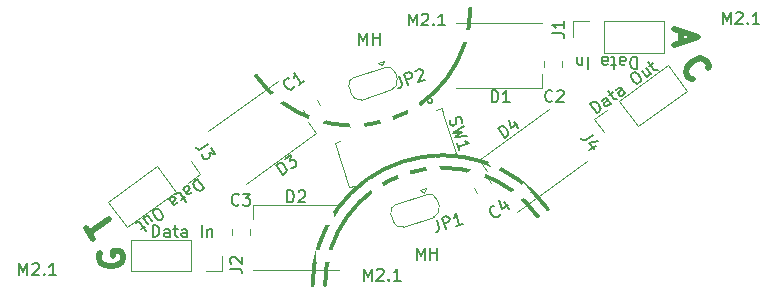
<source format=gbr>
%TF.GenerationSoftware,KiCad,Pcbnew,5.1.8*%
%TF.CreationDate,2021-01-12T21:39:11-05:00*%
%TF.ProjectId,penroserombus_thin_40mm,70656e72-6f73-4657-926f-6d6275735f74,rev?*%
%TF.SameCoordinates,Original*%
%TF.FileFunction,Legend,Top*%
%TF.FilePolarity,Positive*%
%FSLAX46Y46*%
G04 Gerber Fmt 4.6, Leading zero omitted, Abs format (unit mm)*
G04 Created by KiCad (PCBNEW 5.1.8) date 2021-01-12 21:39:11*
%MOMM*%
%LPD*%
G01*
G04 APERTURE LIST*
%ADD10C,0.150000*%
%ADD11C,0.500000*%
%ADD12C,0.300000*%
%ADD13C,0.120000*%
%ADD14C,0.200000*%
%ADD15C,2.100000*%
%ADD16C,0.100000*%
%ADD17C,1.150000*%
%ADD18R,1.500000X1.000000*%
%ADD19O,1.700000X1.700000*%
%ADD20R,1.700000X1.700000*%
G04 APERTURE END LIST*
D10*
X138001197Y-76046680D02*
X138588982Y-76855697D01*
X138396359Y-76995646D01*
X138252795Y-77041091D01*
X138119767Y-77020021D01*
X138025262Y-76970962D01*
X137874779Y-76844853D01*
X137790809Y-76729279D01*
X137717375Y-76547191D01*
X137699920Y-76442152D01*
X137720990Y-76309123D01*
X137808574Y-76186629D01*
X138001197Y-76046680D01*
X136845458Y-76886374D02*
X137153346Y-77310144D01*
X137247850Y-77359204D01*
X137352889Y-77341749D01*
X137506987Y-77229790D01*
X137556047Y-77135286D01*
X136873448Y-76924898D02*
X136922508Y-76830394D01*
X137115131Y-76690445D01*
X137220170Y-76672990D01*
X137314674Y-76722050D01*
X137370653Y-76799099D01*
X137388108Y-76904138D01*
X137339049Y-76998642D01*
X137146426Y-77138591D01*
X137097366Y-77233095D01*
X136967643Y-77621647D02*
X136659446Y-77845565D01*
X137047997Y-77975288D02*
X136544181Y-77281845D01*
X136449677Y-77232786D01*
X136344638Y-77250241D01*
X136267589Y-77306220D01*
X135651195Y-77754057D02*
X135959083Y-78177827D01*
X136053587Y-78226887D01*
X136158626Y-78209432D01*
X136312724Y-78097473D01*
X136361784Y-78002969D01*
X135679185Y-77792581D02*
X135728244Y-77698077D01*
X135920867Y-77558128D01*
X136025906Y-77540673D01*
X136120411Y-77589733D01*
X136176390Y-77666782D01*
X136193845Y-77771821D01*
X136144786Y-77866325D01*
X135952163Y-78006274D01*
X135903103Y-78100778D01*
X135083242Y-79402767D02*
X134929143Y-79514726D01*
X134824104Y-79532181D01*
X134691076Y-79511111D01*
X134540592Y-79385002D01*
X134344663Y-79115330D01*
X134271229Y-78933242D01*
X134292299Y-78800213D01*
X134341358Y-78705709D01*
X134495457Y-78593750D01*
X134600496Y-78576295D01*
X134733524Y-78597365D01*
X134884008Y-78723473D01*
X135079936Y-78993146D01*
X135153371Y-79175234D01*
X135132301Y-79308263D01*
X135083242Y-79402767D01*
X133847149Y-79888818D02*
X133455292Y-79349474D01*
X134193870Y-79636910D02*
X133885983Y-79213140D01*
X133791479Y-79164080D01*
X133686440Y-79181535D01*
X133570866Y-79265504D01*
X133521806Y-79360008D01*
X133511271Y-79426523D01*
X133577476Y-80084747D02*
X133269279Y-80308665D01*
X133657831Y-80438388D02*
X133154015Y-79744945D01*
X133059511Y-79695886D01*
X132954472Y-79713341D01*
X132877423Y-79769320D01*
X134255190Y-80970380D02*
X134255190Y-79970380D01*
X134493285Y-79970380D01*
X134636142Y-80018000D01*
X134731380Y-80113238D01*
X134779000Y-80208476D01*
X134826619Y-80398952D01*
X134826619Y-80541809D01*
X134779000Y-80732285D01*
X134731380Y-80827523D01*
X134636142Y-80922761D01*
X134493285Y-80970380D01*
X134255190Y-80970380D01*
X135683761Y-80970380D02*
X135683761Y-80446571D01*
X135636142Y-80351333D01*
X135540904Y-80303714D01*
X135350428Y-80303714D01*
X135255190Y-80351333D01*
X135683761Y-80922761D02*
X135588523Y-80970380D01*
X135350428Y-80970380D01*
X135255190Y-80922761D01*
X135207571Y-80827523D01*
X135207571Y-80732285D01*
X135255190Y-80637047D01*
X135350428Y-80589428D01*
X135588523Y-80589428D01*
X135683761Y-80541809D01*
X136017095Y-80303714D02*
X136398047Y-80303714D01*
X136159952Y-79970380D02*
X136159952Y-80827523D01*
X136207571Y-80922761D01*
X136302809Y-80970380D01*
X136398047Y-80970380D01*
X137159952Y-80970380D02*
X137159952Y-80446571D01*
X137112333Y-80351333D01*
X137017095Y-80303714D01*
X136826619Y-80303714D01*
X136731380Y-80351333D01*
X137159952Y-80922761D02*
X137064714Y-80970380D01*
X136826619Y-80970380D01*
X136731380Y-80922761D01*
X136683761Y-80827523D01*
X136683761Y-80732285D01*
X136731380Y-80637047D01*
X136826619Y-80589428D01*
X137064714Y-80589428D01*
X137159952Y-80541809D01*
X138398047Y-80970380D02*
X138398047Y-79970380D01*
X138874238Y-80303714D02*
X138874238Y-80970380D01*
X138874238Y-80398952D02*
X138921857Y-80351333D01*
X139017095Y-80303714D01*
X139159952Y-80303714D01*
X139255190Y-80351333D01*
X139302809Y-80446571D01*
X139302809Y-80970380D01*
X171878802Y-70511319D02*
X171291017Y-69702302D01*
X171483640Y-69562353D01*
X171627204Y-69516908D01*
X171760232Y-69537978D01*
X171854737Y-69587037D01*
X172005220Y-69713146D01*
X172089190Y-69828720D01*
X172162624Y-70010808D01*
X172180079Y-70115847D01*
X172159009Y-70248876D01*
X172071425Y-70371370D01*
X171878802Y-70511319D01*
X173034541Y-69671625D02*
X172726653Y-69247855D01*
X172632149Y-69198795D01*
X172527110Y-69216250D01*
X172373012Y-69328209D01*
X172323952Y-69422713D01*
X173006551Y-69633101D02*
X172957491Y-69727605D01*
X172764868Y-69867554D01*
X172659829Y-69885009D01*
X172565325Y-69835949D01*
X172509346Y-69758900D01*
X172491891Y-69653861D01*
X172540950Y-69559357D01*
X172733573Y-69419408D01*
X172782633Y-69324904D01*
X172912356Y-68936352D02*
X173220553Y-68712434D01*
X172832002Y-68582711D02*
X173335818Y-69276154D01*
X173430322Y-69325213D01*
X173535361Y-69307758D01*
X173612410Y-69251779D01*
X174228804Y-68803942D02*
X173920916Y-68380172D01*
X173826412Y-68331112D01*
X173721373Y-68348567D01*
X173567275Y-68460526D01*
X173518215Y-68555030D01*
X174200814Y-68765418D02*
X174151755Y-68859922D01*
X173959132Y-68999871D01*
X173854093Y-69017326D01*
X173759588Y-68968266D01*
X173703609Y-68891217D01*
X173686154Y-68786178D01*
X173735213Y-68691674D01*
X173927836Y-68551725D01*
X173976896Y-68457221D01*
X174796757Y-67155232D02*
X174950856Y-67043273D01*
X175055895Y-67025818D01*
X175188923Y-67046888D01*
X175339407Y-67172997D01*
X175535336Y-67442669D01*
X175608770Y-67624757D01*
X175587700Y-67757786D01*
X175538641Y-67852290D01*
X175384542Y-67964249D01*
X175279503Y-67981704D01*
X175146475Y-67960634D01*
X174995991Y-67834526D01*
X174800063Y-67564853D01*
X174726628Y-67382765D01*
X174747698Y-67249736D01*
X174796757Y-67155232D01*
X176032850Y-66669181D02*
X176424707Y-67208525D01*
X175686129Y-66921089D02*
X175994016Y-67344859D01*
X176088520Y-67393919D01*
X176193559Y-67376464D01*
X176309133Y-67292495D01*
X176358193Y-67197991D01*
X176368728Y-67131476D01*
X176302523Y-66473252D02*
X176610720Y-66249334D01*
X176222168Y-66119611D02*
X176725984Y-66813054D01*
X176820488Y-66862113D01*
X176925527Y-66844658D01*
X177002576Y-66788679D01*
X175243809Y-65714619D02*
X175243809Y-66714619D01*
X175005714Y-66714619D01*
X174862857Y-66667000D01*
X174767619Y-66571761D01*
X174720000Y-66476523D01*
X174672380Y-66286047D01*
X174672380Y-66143190D01*
X174720000Y-65952714D01*
X174767619Y-65857476D01*
X174862857Y-65762238D01*
X175005714Y-65714619D01*
X175243809Y-65714619D01*
X173815238Y-65714619D02*
X173815238Y-66238428D01*
X173862857Y-66333666D01*
X173958095Y-66381285D01*
X174148571Y-66381285D01*
X174243809Y-66333666D01*
X173815238Y-65762238D02*
X173910476Y-65714619D01*
X174148571Y-65714619D01*
X174243809Y-65762238D01*
X174291428Y-65857476D01*
X174291428Y-65952714D01*
X174243809Y-66047952D01*
X174148571Y-66095571D01*
X173910476Y-66095571D01*
X173815238Y-66143190D01*
X173481904Y-66381285D02*
X173100952Y-66381285D01*
X173339047Y-66714619D02*
X173339047Y-65857476D01*
X173291428Y-65762238D01*
X173196190Y-65714619D01*
X173100952Y-65714619D01*
X172339047Y-65714619D02*
X172339047Y-66238428D01*
X172386666Y-66333666D01*
X172481904Y-66381285D01*
X172672380Y-66381285D01*
X172767619Y-66333666D01*
X172339047Y-65762238D02*
X172434285Y-65714619D01*
X172672380Y-65714619D01*
X172767619Y-65762238D01*
X172815238Y-65857476D01*
X172815238Y-65952714D01*
X172767619Y-66047952D01*
X172672380Y-66095571D01*
X172434285Y-66095571D01*
X172339047Y-66143190D01*
X171100952Y-65714619D02*
X171100952Y-66714619D01*
X170624761Y-66381285D02*
X170624761Y-65714619D01*
X170624761Y-66286047D02*
X170577142Y-66333666D01*
X170481904Y-66381285D01*
X170339047Y-66381285D01*
X170243809Y-66333666D01*
X170196190Y-66238428D01*
X170196190Y-65714619D01*
D11*
X129810000Y-82280190D02*
X129714761Y-82470666D01*
X129714761Y-82756380D01*
X129810000Y-83042095D01*
X130000476Y-83232571D01*
X130190952Y-83327809D01*
X130571904Y-83423047D01*
X130857619Y-83423047D01*
X131238571Y-83327809D01*
X131429047Y-83232571D01*
X131619523Y-83042095D01*
X131714761Y-82756380D01*
X131714761Y-82565904D01*
X131619523Y-82280190D01*
X131524285Y-82184952D01*
X130857619Y-82184952D01*
X130857619Y-82565904D01*
D12*
X161152333Y-61612094D02*
G75*
G02*
X143002001Y-67309999I-9992608J73503D01*
G01*
X147798699Y-85049631D02*
G75*
G02*
X167710000Y-78600000I11000346J-369D01*
G01*
X148852554Y-85047305D02*
G75*
G02*
X166877999Y-79248001I9946491J-2695D01*
G01*
D11*
X179998997Y-67595666D02*
X179865968Y-67574596D01*
X179620981Y-67399428D01*
X179509022Y-67245330D01*
X179418132Y-66958203D01*
X179460271Y-66692145D01*
X179558390Y-66503137D01*
X179810608Y-66202169D01*
X180041756Y-66034231D01*
X180405932Y-65887362D01*
X180616010Y-65852452D01*
X180882068Y-65894591D01*
X181127056Y-66069759D01*
X181239015Y-66223858D01*
X181329904Y-66510985D01*
X181308834Y-66644014D01*
X129243811Y-81116060D02*
X128572056Y-80191469D01*
X130525967Y-79478194D02*
X128907933Y-80653764D01*
X178990666Y-63531809D02*
X178990666Y-64484190D01*
X178419238Y-63341333D02*
X180419238Y-64008000D01*
X178419238Y-64674666D01*
D13*
%TO.C,D4*%
X161893758Y-74411802D02*
X162569711Y-75342172D01*
X167799582Y-70120970D02*
X161893758Y-74411802D01*
X171032400Y-74570564D02*
X165126576Y-78861396D01*
%TO.C,C1*%
X146952812Y-70197665D02*
X147259933Y-70620379D01*
X148142067Y-69333621D02*
X148449188Y-69756335D01*
%TO.C,SW1*%
X158236956Y-70190565D02*
X158712484Y-70036056D01*
X158712484Y-70036056D02*
X158866993Y-70511585D01*
X158866993Y-70511585D02*
X159948552Y-73840282D01*
X159948552Y-73840282D02*
X159710788Y-73917537D01*
X150152976Y-72817209D02*
X149677448Y-72971718D01*
X149677448Y-72971718D02*
X150913516Y-76775944D01*
X150913516Y-76775944D02*
X151389044Y-76621435D01*
D14*
X157944684Y-69411868D02*
G75*
G03*
X157944684Y-69411868I-223607J0D01*
G01*
D13*
%TO.C,D1*%
X167216375Y-68326046D02*
X167216375Y-67176046D01*
X159916375Y-68326046D02*
X167216375Y-68326046D01*
X159916375Y-62826046D02*
X167216375Y-62826046D01*
%TO.C,D2*%
X150042394Y-83762545D02*
X142742394Y-83762545D01*
X150042394Y-78262545D02*
X142742394Y-78262545D01*
X142742394Y-78262545D02*
X142742394Y-79412545D01*
%TO.C,C4*%
X161737933Y-77224379D02*
X161430812Y-76801665D01*
X162927188Y-76360335D02*
X162620067Y-75937621D01*
%TO.C,C3*%
X142467000Y-80779252D02*
X142467000Y-80256748D01*
X140997000Y-80779252D02*
X140997000Y-80256748D01*
%TO.C,J3*%
X134639642Y-74987333D02*
X136203151Y-77139318D01*
X134639642Y-74987333D02*
X130481295Y-78008549D01*
X130481295Y-78008549D02*
X132044803Y-80160534D01*
X136203151Y-77139318D02*
X132044803Y-80160534D01*
X138306595Y-75611076D02*
X137230602Y-76392831D01*
X137524841Y-74535084D02*
X138306595Y-75611076D01*
%TO.C,C2*%
X168883000Y-66032748D02*
X168883000Y-66555252D01*
X167413000Y-66032748D02*
X167413000Y-66555252D01*
%TO.C,D3*%
X138926369Y-72018026D02*
X144832193Y-67727194D01*
X142159187Y-76467620D02*
X148065011Y-72176788D01*
X148065011Y-72176788D02*
X147389058Y-71246418D01*
%TO.C,J1*%
X169829724Y-64038590D02*
X169829724Y-62708590D01*
X169829724Y-62708590D02*
X171159724Y-62708590D01*
X172429724Y-62708590D02*
X177569724Y-62708590D01*
X177569724Y-65368590D02*
X177569724Y-62708590D01*
X172429724Y-65368590D02*
X177569724Y-65368590D01*
X172429724Y-65368590D02*
X172429724Y-62708590D01*
%TO.C,J2*%
X137529045Y-81220000D02*
X137529045Y-83880000D01*
X137529045Y-81220000D02*
X132389045Y-81220000D01*
X132389045Y-81220000D02*
X132389045Y-83880000D01*
X137529045Y-83880000D02*
X132389045Y-83880000D01*
X140129045Y-83880000D02*
X138799045Y-83880000D01*
X140129045Y-82550000D02*
X140129045Y-83880000D01*
%TO.C,J4*%
X172433928Y-72053507D02*
X171652174Y-70977515D01*
X171652174Y-70977515D02*
X172728167Y-70195760D01*
X173755618Y-69449273D02*
X177913966Y-66428057D01*
X179477474Y-68580042D02*
X177913966Y-66428057D01*
X175319127Y-71601258D02*
X179477474Y-68580042D01*
X175319127Y-71601258D02*
X173755618Y-69449273D01*
%TO.C,JP1*%
X158104496Y-79237711D02*
X155441538Y-80102958D01*
X154607039Y-79638080D02*
X154421629Y-79067446D01*
X154823504Y-78200845D02*
X157486462Y-77335598D01*
X158320961Y-77800476D02*
X158506371Y-78371110D01*
X157234447Y-77207190D02*
X157427059Y-76829168D01*
X157427059Y-76829168D02*
X156856425Y-77014578D01*
X157234447Y-77207190D02*
X156856425Y-77014578D01*
X158506371Y-78371110D02*
G75*
G02*
X158056943Y-79253162I-665740J-216312D01*
G01*
X157438909Y-77351048D02*
G75*
G02*
X158320961Y-77800476I216312J-665740D01*
G01*
X154421629Y-79067446D02*
G75*
G02*
X154871057Y-78185394I665740J216312D01*
G01*
X155489091Y-80087508D02*
G75*
G02*
X154607039Y-79638080I-216312J665740D01*
G01*
%TO.C,JP2*%
X153678447Y-66432912D02*
X153300425Y-66240300D01*
X153871059Y-66054890D02*
X153300425Y-66240300D01*
X153678447Y-66432912D02*
X153871059Y-66054890D01*
X154764961Y-67026198D02*
X154950371Y-67596832D01*
X151267504Y-67426567D02*
X153930462Y-66561320D01*
X151051039Y-68863802D02*
X150865629Y-68293168D01*
X154548496Y-68463433D02*
X151885538Y-69328680D01*
X151933091Y-69313230D02*
G75*
G02*
X151051039Y-68863802I-216312J665740D01*
G01*
X150865629Y-68293168D02*
G75*
G02*
X151315057Y-67411116I665740J216312D01*
G01*
X153882909Y-66576770D02*
G75*
G02*
X154764961Y-67026198I216312J-665740D01*
G01*
X154950371Y-67596832D02*
G75*
G02*
X154500943Y-68478884I-665740J-216312D01*
G01*
%TO.C,M2.1*%
D10*
X152146190Y-84653380D02*
X152146190Y-83653380D01*
X152479523Y-84367666D01*
X152812857Y-83653380D01*
X152812857Y-84653380D01*
X153241428Y-83748619D02*
X153289047Y-83701000D01*
X153384285Y-83653380D01*
X153622380Y-83653380D01*
X153717619Y-83701000D01*
X153765238Y-83748619D01*
X153812857Y-83843857D01*
X153812857Y-83939095D01*
X153765238Y-84081952D01*
X153193809Y-84653380D01*
X153812857Y-84653380D01*
X154241428Y-84558142D02*
X154289047Y-84605761D01*
X154241428Y-84653380D01*
X154193809Y-84605761D01*
X154241428Y-84558142D01*
X154241428Y-84653380D01*
X155241428Y-84653380D02*
X154670000Y-84653380D01*
X154955714Y-84653380D02*
X154955714Y-83653380D01*
X154860476Y-83796238D01*
X154765238Y-83891476D01*
X154670000Y-83939095D01*
X155933725Y-63051319D02*
X155933725Y-62051319D01*
X156267058Y-62765605D01*
X156600392Y-62051319D01*
X156600392Y-63051319D01*
X157028963Y-62146558D02*
X157076582Y-62098939D01*
X157171820Y-62051319D01*
X157409915Y-62051319D01*
X157505154Y-62098939D01*
X157552773Y-62146558D01*
X157600392Y-62241796D01*
X157600392Y-62337034D01*
X157552773Y-62479891D01*
X156981344Y-63051319D01*
X157600392Y-63051319D01*
X158028963Y-62956081D02*
X158076582Y-63003700D01*
X158028963Y-63051319D01*
X157981344Y-63003700D01*
X158028963Y-62956081D01*
X158028963Y-63051319D01*
X159028963Y-63051319D02*
X158457535Y-63051319D01*
X158743249Y-63051319D02*
X158743249Y-62051319D01*
X158648011Y-62194177D01*
X158552773Y-62289415D01*
X158457535Y-62337034D01*
%TO.C,D4*%
X164053924Y-72574028D02*
X163466139Y-71765011D01*
X163658762Y-71625062D01*
X163802325Y-71579617D01*
X163935354Y-71600687D01*
X164029858Y-71649746D01*
X164180342Y-71775855D01*
X164264311Y-71891429D01*
X164337746Y-72073517D01*
X164355201Y-72178556D01*
X164334131Y-72311585D01*
X164246547Y-72434079D01*
X164053924Y-72574028D01*
X164817805Y-71194990D02*
X165209662Y-71734335D01*
X164401264Y-71026742D02*
X164628488Y-71744560D01*
X165129308Y-71380693D01*
%TO.C,C1*%
X146252087Y-68204899D02*
X146241552Y-68271414D01*
X146153968Y-68393908D01*
X146076918Y-68449887D01*
X145933355Y-68495332D01*
X145800326Y-68474262D01*
X145705822Y-68425203D01*
X145555338Y-68299094D01*
X145471369Y-68183520D01*
X145397934Y-68001432D01*
X145380479Y-67896393D01*
X145401549Y-67763364D01*
X145489133Y-67640870D01*
X145566182Y-67584891D01*
X145709746Y-67539446D01*
X145776260Y-67549981D01*
X147078559Y-67722153D02*
X146616263Y-68058030D01*
X146847411Y-67890092D02*
X146259626Y-67081075D01*
X146266546Y-67252628D01*
X146245476Y-67385657D01*
X146196417Y-67480161D01*
%TO.C,M2.1*%
X122977532Y-84180031D02*
X122977532Y-83180031D01*
X123310865Y-83894317D01*
X123644199Y-83180031D01*
X123644199Y-84180031D01*
X124072770Y-83275270D02*
X124120389Y-83227651D01*
X124215627Y-83180031D01*
X124453722Y-83180031D01*
X124548961Y-83227651D01*
X124596580Y-83275270D01*
X124644199Y-83370508D01*
X124644199Y-83465746D01*
X124596580Y-83608603D01*
X124025151Y-84180031D01*
X124644199Y-84180031D01*
X125072770Y-84084793D02*
X125120389Y-84132412D01*
X125072770Y-84180031D01*
X125025151Y-84132412D01*
X125072770Y-84084793D01*
X125072770Y-84180031D01*
X126072770Y-84180031D02*
X125501342Y-84180031D01*
X125787056Y-84180031D02*
X125787056Y-83180031D01*
X125691818Y-83322889D01*
X125596580Y-83418127D01*
X125501342Y-83465746D01*
X182536617Y-62932320D02*
X182536617Y-61932320D01*
X182869950Y-62646606D01*
X183203284Y-61932320D01*
X183203284Y-62932320D01*
X183631855Y-62027559D02*
X183679474Y-61979940D01*
X183774712Y-61932320D01*
X184012807Y-61932320D01*
X184108046Y-61979940D01*
X184155665Y-62027559D01*
X184203284Y-62122797D01*
X184203284Y-62218035D01*
X184155665Y-62360892D01*
X183584236Y-62932320D01*
X184203284Y-62932320D01*
X184631855Y-62837082D02*
X184679474Y-62884701D01*
X184631855Y-62932320D01*
X184584236Y-62884701D01*
X184631855Y-62837082D01*
X184631855Y-62932320D01*
X185631855Y-62932320D02*
X185060427Y-62932320D01*
X185346141Y-62932320D02*
X185346141Y-61932320D01*
X185250903Y-62075178D01*
X185155665Y-62170416D01*
X185060427Y-62218035D01*
%TO.C,MH*%
X156622857Y-82875380D02*
X156622857Y-81875380D01*
X156956190Y-82589666D01*
X157289523Y-81875380D01*
X157289523Y-82875380D01*
X157765714Y-82875380D02*
X157765714Y-81875380D01*
X157765714Y-82351571D02*
X158337142Y-82351571D01*
X158337142Y-82875380D02*
X158337142Y-81875380D01*
X151762256Y-64675619D02*
X151762256Y-63675619D01*
X152095589Y-64389905D01*
X152428922Y-63675619D01*
X152428922Y-64675619D01*
X152905113Y-64675619D02*
X152905113Y-63675619D01*
X152905113Y-64151810D02*
X153476541Y-64151810D01*
X153476541Y-64675619D02*
X153476541Y-63675619D01*
%TO.C,SW1*%
X159401344Y-71038937D02*
X159400201Y-71189518D01*
X159473777Y-71415960D01*
X159548495Y-71491822D01*
X159608499Y-71522395D01*
X159713791Y-71538253D01*
X159804368Y-71508823D01*
X159880229Y-71434104D01*
X159910803Y-71374101D01*
X159926661Y-71268809D01*
X159913089Y-71072940D01*
X159928947Y-70967648D01*
X159959520Y-70907645D01*
X160035382Y-70832926D01*
X160125959Y-70803496D01*
X160231251Y-70819354D01*
X160291254Y-70849927D01*
X160365973Y-70925789D01*
X160439548Y-71152231D01*
X160438405Y-71302812D01*
X160586699Y-71605115D02*
X159709218Y-72140574D01*
X160447405Y-72101001D01*
X159826939Y-72502882D01*
X160851571Y-72420307D01*
X160180101Y-73589803D02*
X160003520Y-73046342D01*
X160091811Y-73318073D02*
X161042867Y-73009056D01*
X160877572Y-72962624D01*
X160757565Y-72901478D01*
X160682846Y-72825616D01*
%TO.C,D1*%
X162965478Y-69562962D02*
X162965478Y-68562962D01*
X163203574Y-68562962D01*
X163346431Y-68610582D01*
X163441669Y-68705820D01*
X163489288Y-68801058D01*
X163536907Y-68991534D01*
X163536907Y-69134391D01*
X163489288Y-69324867D01*
X163441669Y-69420105D01*
X163346431Y-69515343D01*
X163203574Y-69562962D01*
X162965478Y-69562962D01*
X164489288Y-69562962D02*
X163917859Y-69562962D01*
X164203574Y-69562962D02*
X164203574Y-68562962D01*
X164108335Y-68705820D01*
X164013097Y-68801058D01*
X163917859Y-68848677D01*
%TO.C,D2*%
X145654298Y-78026798D02*
X145654298Y-77026798D01*
X145892394Y-77026798D01*
X146035251Y-77074418D01*
X146130489Y-77169656D01*
X146178108Y-77264894D01*
X146225727Y-77455370D01*
X146225727Y-77598227D01*
X146178108Y-77788703D01*
X146130489Y-77883941D01*
X146035251Y-77979179D01*
X145892394Y-78026798D01*
X145654298Y-78026798D01*
X146606679Y-77122037D02*
X146654298Y-77074418D01*
X146749536Y-77026798D01*
X146987632Y-77026798D01*
X147082870Y-77074418D01*
X147130489Y-77122037D01*
X147178108Y-77217275D01*
X147178108Y-77312513D01*
X147130489Y-77455370D01*
X146559060Y-78026798D01*
X147178108Y-78026798D01*
%TO.C,C4*%
X163651087Y-78999898D02*
X163640552Y-79066413D01*
X163552968Y-79188907D01*
X163475918Y-79244886D01*
X163332355Y-79290331D01*
X163199326Y-79269261D01*
X163104822Y-79220202D01*
X162954338Y-79094093D01*
X162870369Y-78978519D01*
X162796934Y-78796431D01*
X162779479Y-78691392D01*
X162800549Y-78558363D01*
X162888133Y-78435869D01*
X162965182Y-78379890D01*
X163108746Y-78334445D01*
X163175260Y-78344980D01*
X164008652Y-78033787D02*
X164400509Y-78573132D01*
X163592111Y-77865539D02*
X163819335Y-78583357D01*
X164320155Y-78219490D01*
%TO.C,C3*%
X141565333Y-78208142D02*
X141517714Y-78255761D01*
X141374857Y-78303380D01*
X141279619Y-78303380D01*
X141136761Y-78255761D01*
X141041523Y-78160523D01*
X140993904Y-78065285D01*
X140946285Y-77874809D01*
X140946285Y-77731952D01*
X140993904Y-77541476D01*
X141041523Y-77446238D01*
X141136761Y-77351000D01*
X141279619Y-77303380D01*
X141374857Y-77303380D01*
X141517714Y-77351000D01*
X141565333Y-77398619D01*
X141898666Y-77303380D02*
X142517714Y-77303380D01*
X142184380Y-77684333D01*
X142327238Y-77684333D01*
X142422476Y-77731952D01*
X142470095Y-77779571D01*
X142517714Y-77874809D01*
X142517714Y-78112904D01*
X142470095Y-78208142D01*
X142422476Y-78255761D01*
X142327238Y-78303380D01*
X142041523Y-78303380D01*
X141946285Y-78255761D01*
X141898666Y-78208142D01*
%TO.C,J3*%
X138936929Y-73097118D02*
X138359060Y-73516964D01*
X138215496Y-73562409D01*
X138082468Y-73541339D01*
X137959974Y-73453755D01*
X137903994Y-73376706D01*
X139160847Y-73405315D02*
X139524714Y-73906135D01*
X139020589Y-73860381D01*
X139104558Y-73975954D01*
X139122013Y-74080993D01*
X139111478Y-74147508D01*
X139062419Y-74242012D01*
X138869796Y-74381961D01*
X138764757Y-74399416D01*
X138698243Y-74388881D01*
X138603738Y-74339822D01*
X138435800Y-74108674D01*
X138418345Y-74003635D01*
X138428880Y-73937120D01*
%TO.C,C2*%
X168108333Y-69445142D02*
X168060714Y-69492761D01*
X167917857Y-69540380D01*
X167822619Y-69540380D01*
X167679761Y-69492761D01*
X167584523Y-69397523D01*
X167536904Y-69302285D01*
X167489285Y-69111809D01*
X167489285Y-68968952D01*
X167536904Y-68778476D01*
X167584523Y-68683238D01*
X167679761Y-68588000D01*
X167822619Y-68540380D01*
X167917857Y-68540380D01*
X168060714Y-68588000D01*
X168108333Y-68635619D01*
X168489285Y-68635619D02*
X168536904Y-68588000D01*
X168632142Y-68540380D01*
X168870238Y-68540380D01*
X168965476Y-68588000D01*
X169013095Y-68635619D01*
X169060714Y-68730857D01*
X169060714Y-68826095D01*
X169013095Y-68968952D01*
X168441666Y-69540380D01*
X169060714Y-69540380D01*
%TO.C,D3*%
X145290618Y-75710622D02*
X144702833Y-74901605D01*
X144895456Y-74761656D01*
X145039019Y-74716211D01*
X145172048Y-74737281D01*
X145266552Y-74786340D01*
X145417036Y-74912449D01*
X145501005Y-75028023D01*
X145574440Y-75210111D01*
X145591895Y-75315150D01*
X145570825Y-75448179D01*
X145483241Y-75570673D01*
X145290618Y-75710622D01*
X145434800Y-74369799D02*
X145935620Y-74005932D01*
X145889866Y-74510057D01*
X146005440Y-74426088D01*
X146110479Y-74408633D01*
X146176993Y-74419168D01*
X146271498Y-74468228D01*
X146411446Y-74660851D01*
X146428901Y-74765890D01*
X146418367Y-74832404D01*
X146369307Y-74926908D01*
X146138159Y-75094847D01*
X146033120Y-75112302D01*
X145966606Y-75101767D01*
%TO.C,J1*%
X168108380Y-63706333D02*
X168822666Y-63706333D01*
X168965523Y-63753952D01*
X169060761Y-63849190D01*
X169108380Y-63992047D01*
X169108380Y-64087285D01*
X169108380Y-62706333D02*
X169108380Y-63277761D01*
X169108380Y-62992047D02*
X168108380Y-62992047D01*
X168251238Y-63087285D01*
X168346476Y-63182523D01*
X168394095Y-63277761D01*
%TO.C,J2*%
X140803380Y-83645333D02*
X141517666Y-83645333D01*
X141660523Y-83692952D01*
X141755761Y-83788190D01*
X141803380Y-83931047D01*
X141803380Y-84026285D01*
X140898619Y-83216761D02*
X140851000Y-83169142D01*
X140803380Y-83073904D01*
X140803380Y-82835809D01*
X140851000Y-82740571D01*
X140898619Y-82692952D01*
X140993857Y-82645333D01*
X141089095Y-82645333D01*
X141231952Y-82692952D01*
X141803380Y-83264380D01*
X141803380Y-82645333D01*
%TO.C,J4*%
X171516048Y-72308363D02*
X170938179Y-72728209D01*
X170794615Y-72773654D01*
X170661587Y-72752584D01*
X170539093Y-72665000D01*
X170483113Y-72587951D01*
X171778182Y-73236259D02*
X171238837Y-73628116D01*
X171946430Y-72819718D02*
X171228612Y-73046941D01*
X171592479Y-73547761D01*
%TO.C,JP1*%
X158296229Y-79492697D02*
X158516955Y-80172023D01*
X158515812Y-80322603D01*
X158454665Y-80442610D01*
X158333515Y-80532044D01*
X158242939Y-80561474D01*
X159058130Y-80296603D02*
X158749113Y-79345546D01*
X159111420Y-79227825D01*
X159216712Y-79243684D01*
X159276716Y-79274257D01*
X159351434Y-79350119D01*
X159395579Y-79485984D01*
X159379721Y-79591276D01*
X159349148Y-79651279D01*
X159273286Y-79725998D01*
X158910979Y-79843719D01*
X160507359Y-79825720D02*
X159963898Y-80002301D01*
X160235628Y-79914010D02*
X159926611Y-78962954D01*
X159880180Y-79128249D01*
X159819033Y-79248256D01*
X159743172Y-79322975D01*
%TO.C,JP2*%
X155121229Y-67300697D02*
X155341955Y-67980023D01*
X155340812Y-68130603D01*
X155279665Y-68250610D01*
X155158515Y-68340044D01*
X155067939Y-68369474D01*
X155883130Y-68104603D02*
X155574113Y-67153546D01*
X155936420Y-67035825D01*
X156041712Y-67051684D01*
X156101716Y-67082257D01*
X156176434Y-67158119D01*
X156220579Y-67293984D01*
X156204721Y-67399276D01*
X156174148Y-67459279D01*
X156098286Y-67533998D01*
X155735979Y-67651719D01*
X156509311Y-66949821D02*
X156539884Y-66889817D01*
X156615746Y-66815099D01*
X156842188Y-66741523D01*
X156947480Y-66757382D01*
X157007484Y-66787955D01*
X157082202Y-66863817D01*
X157111632Y-66954393D01*
X157110489Y-67104974D01*
X156743610Y-67825016D01*
X157332359Y-67633720D01*
%TD*%
%LPC*%
D15*
%TO.C,M2.1*%
X153602893Y-82050001D03*
%TD*%
%TO.C,M2.1*%
X156355877Y-64538590D03*
%TD*%
D16*
%TO.C,D4*%
G36*
X169698497Y-73500189D02*
G01*
X170286282Y-74309206D01*
X169072757Y-75190883D01*
X168484972Y-74381866D01*
X169698497Y-73500189D01*
G37*
G36*
X167817584Y-70911335D02*
G01*
X168405369Y-71720352D01*
X167191844Y-72602029D01*
X166604059Y-71793012D01*
X167817584Y-70911335D01*
G37*
G36*
X165734314Y-76380337D02*
G01*
X166322099Y-77189354D01*
X165108574Y-78071031D01*
X164520789Y-77262014D01*
X165734314Y-76380337D01*
G37*
G36*
X163853401Y-73791483D02*
G01*
X164441186Y-74600500D01*
X163227661Y-75482177D01*
X162639876Y-74673160D01*
X163853401Y-73791483D01*
G37*
%TD*%
%TO.C,C1*%
G36*
G01*
X147581220Y-70620256D02*
X148349787Y-70061860D01*
G75*
G02*
X148698987Y-70117168I146946J-202254D01*
G01*
X149095742Y-70663254D01*
G75*
G02*
X149040434Y-71012454I-202254J-146946D01*
G01*
X148271867Y-71570850D01*
G75*
G02*
X147922667Y-71515542I-146946J202254D01*
G01*
X147525912Y-70969456D01*
G75*
G02*
X147581220Y-70620256I202254J146946D01*
G01*
G37*
G36*
G01*
X146361566Y-68941546D02*
X147130133Y-68383150D01*
G75*
G02*
X147479333Y-68438458I146946J-202254D01*
G01*
X147876088Y-68984544D01*
G75*
G02*
X147820780Y-69333744I-202254J-146946D01*
G01*
X147052213Y-69892140D01*
G75*
G02*
X146703013Y-69836832I-146946J202254D01*
G01*
X146306258Y-69290746D01*
G75*
G02*
X146361566Y-68941546I202254J146946D01*
G01*
G37*
%TD*%
D15*
%TO.C,M2.1*%
X127168342Y-82330651D03*
%TD*%
%TO.C,M2.1*%
X182790427Y-64257940D03*
%TD*%
D17*
%TO.C,MH*%
X157439371Y-80865352D03*
%TD*%
%TO.C,MH*%
X152519399Y-65723239D03*
%TD*%
D16*
%TO.C,SW1*%
G36*
X155493295Y-69189402D02*
G01*
X156539458Y-68849484D01*
X157142041Y-70704044D01*
X156095878Y-71043962D01*
X155493295Y-69189402D01*
G37*
G36*
X153115654Y-69961944D02*
G01*
X154161817Y-69622026D01*
X154764400Y-71476586D01*
X153718237Y-71816504D01*
X153115654Y-69961944D01*
G37*
G36*
X150738013Y-70734487D02*
G01*
X151784176Y-70394569D01*
X152386759Y-72249129D01*
X151340596Y-72589047D01*
X150738013Y-70734487D01*
G37*
G36*
X157239241Y-74562871D02*
G01*
X158285404Y-74222953D01*
X158887987Y-76077513D01*
X157841824Y-76417431D01*
X157239241Y-74562871D01*
G37*
G36*
X154861600Y-75335414D02*
G01*
X155907763Y-74995496D01*
X156510346Y-76850056D01*
X155464183Y-77189974D01*
X154861600Y-75335414D01*
G37*
G36*
X152483959Y-76107956D02*
G01*
X153530122Y-75768038D01*
X154132705Y-77622598D01*
X153086542Y-77962516D01*
X152483959Y-76107956D01*
G37*
%TD*%
D18*
%TO.C,D1*%
X161116375Y-63976046D03*
X161116375Y-67176046D03*
X166016375Y-63976046D03*
X166016375Y-67176046D03*
%TD*%
%TO.C,D2*%
X143942394Y-79412545D03*
X143942394Y-82612545D03*
X148842394Y-79412545D03*
X148842394Y-82612545D03*
%TD*%
%TO.C,C4*%
G36*
G01*
X163518434Y-77616454D02*
X162749867Y-78174850D01*
G75*
G02*
X162400667Y-78119542I-146946J202254D01*
G01*
X162003912Y-77573456D01*
G75*
G02*
X162059220Y-77224256I202254J146946D01*
G01*
X162827787Y-76665860D01*
G75*
G02*
X163176987Y-76721168I146946J-202254D01*
G01*
X163573742Y-77267254D01*
G75*
G02*
X163518434Y-77616454I-202254J-146946D01*
G01*
G37*
G36*
G01*
X162298780Y-75937744D02*
X161530213Y-76496140D01*
G75*
G02*
X161181013Y-76440832I-146946J202254D01*
G01*
X160784258Y-75894746D01*
G75*
G02*
X160839566Y-75545546I202254J146946D01*
G01*
X161608133Y-74987150D01*
G75*
G02*
X161957333Y-75042458I146946J-202254D01*
G01*
X162354088Y-75588544D01*
G75*
G02*
X162298780Y-75937744I-202254J-146946D01*
G01*
G37*
%TD*%
%TO.C,C3*%
G36*
G01*
X142207000Y-80068000D02*
X141257000Y-80068000D01*
G75*
G02*
X141007000Y-79818000I0J250000D01*
G01*
X141007000Y-79143000D01*
G75*
G02*
X141257000Y-78893000I250000J0D01*
G01*
X142207000Y-78893000D01*
G75*
G02*
X142457000Y-79143000I0J-250000D01*
G01*
X142457000Y-79818000D01*
G75*
G02*
X142207000Y-80068000I-250000J0D01*
G01*
G37*
G36*
G01*
X142207000Y-82143000D02*
X141257000Y-82143000D01*
G75*
G02*
X141007000Y-81893000I0J250000D01*
G01*
X141007000Y-81218000D01*
G75*
G02*
X141257000Y-80968000I250000J0D01*
G01*
X142207000Y-80968000D01*
G75*
G02*
X142457000Y-81218000I0J-250000D01*
G01*
X142457000Y-81893000D01*
G75*
G02*
X142207000Y-82143000I-250000J0D01*
G01*
G37*
%TD*%
D16*
%TO.C,J3*%
G36*
X135261566Y-75128791D02*
G01*
X136636895Y-74129556D01*
X137636130Y-75504885D01*
X136260801Y-76504120D01*
X135261566Y-75128791D01*
G37*
G36*
G01*
X133894328Y-76122149D02*
X133894328Y-76122149D01*
G75*
G02*
X135081609Y-76310196I499617J-687664D01*
G01*
X135081609Y-76310196D01*
G75*
G02*
X134893562Y-77497477I-687664J-499617D01*
G01*
X134893562Y-77497477D01*
G75*
G02*
X133706281Y-77309430I-499617J687664D01*
G01*
X133706281Y-77309430D01*
G75*
G02*
X133894328Y-76122149I687664J499617D01*
G01*
G37*
G36*
G01*
X131839425Y-77615123D02*
X131839425Y-77615123D01*
G75*
G02*
X133026706Y-77803170I499617J-687664D01*
G01*
X133026706Y-77803170D01*
G75*
G02*
X132838659Y-78990451I-687664J-499617D01*
G01*
X132838659Y-78990451D01*
G75*
G02*
X131651378Y-78802404I-499617J687664D01*
G01*
X131651378Y-78802404D01*
G75*
G02*
X131839425Y-77615123I687664J499617D01*
G01*
G37*
%TD*%
%TO.C,C2*%
G36*
G01*
X167673000Y-64669000D02*
X168623000Y-64669000D01*
G75*
G02*
X168873000Y-64919000I0J-250000D01*
G01*
X168873000Y-65594000D01*
G75*
G02*
X168623000Y-65844000I-250000J0D01*
G01*
X167673000Y-65844000D01*
G75*
G02*
X167423000Y-65594000I0J250000D01*
G01*
X167423000Y-64919000D01*
G75*
G02*
X167673000Y-64669000I250000J0D01*
G01*
G37*
G36*
G01*
X167673000Y-66744000D02*
X168623000Y-66744000D01*
G75*
G02*
X168873000Y-66994000I0J-250000D01*
G01*
X168873000Y-67669000D01*
G75*
G02*
X168623000Y-67919000I-250000J0D01*
G01*
X167673000Y-67919000D01*
G75*
G02*
X167423000Y-67669000I0J250000D01*
G01*
X167423000Y-66994000D01*
G75*
G02*
X167673000Y-66744000I250000J0D01*
G01*
G37*
%TD*%
%TO.C,D3*%
G36*
X146105368Y-72797107D02*
G01*
X145517583Y-71988090D01*
X146731108Y-71106413D01*
X147318893Y-71915430D01*
X146105368Y-72797107D01*
G37*
G36*
X144224455Y-70208253D02*
G01*
X143636670Y-69399236D01*
X144850195Y-68517559D01*
X145437980Y-69326576D01*
X144224455Y-70208253D01*
G37*
G36*
X142141185Y-75677255D02*
G01*
X141553400Y-74868238D01*
X142766925Y-73986561D01*
X143354710Y-74795578D01*
X142141185Y-75677255D01*
G37*
G36*
X140260272Y-73088401D02*
G01*
X139672487Y-72279384D01*
X140886012Y-71397707D01*
X141473797Y-72206724D01*
X140260272Y-73088401D01*
G37*
%TD*%
D19*
%TO.C,J1*%
X176239724Y-64038590D03*
X173699724Y-64038590D03*
D20*
X171159724Y-64038590D03*
%TD*%
%TO.C,J2*%
X138799045Y-82550000D03*
D19*
X136259045Y-82550000D03*
X133719045Y-82550000D03*
%TD*%
%TO.C,J4*%
G36*
G01*
X178119344Y-68973468D02*
X178119344Y-68973468D01*
G75*
G02*
X176932063Y-68785421I-499617J687664D01*
G01*
X176932063Y-68785421D01*
G75*
G02*
X177120110Y-67598140I687664J499617D01*
G01*
X177120110Y-67598140D01*
G75*
G02*
X178307391Y-67786187I499617J-687664D01*
G01*
X178307391Y-67786187D01*
G75*
G02*
X178119344Y-68973468I-687664J-499617D01*
G01*
G37*
G36*
G01*
X176064441Y-70466442D02*
X176064441Y-70466442D01*
G75*
G02*
X174877160Y-70278395I-499617J687664D01*
G01*
X174877160Y-70278395D01*
G75*
G02*
X175065207Y-69091114I687664J499617D01*
G01*
X175065207Y-69091114D01*
G75*
G02*
X176252488Y-69279161I499617J-687664D01*
G01*
X176252488Y-69279161D01*
G75*
G02*
X176064441Y-70466442I-687664J-499617D01*
G01*
G37*
D16*
G36*
X174697203Y-71459800D02*
G01*
X173321874Y-72459035D01*
X172322639Y-71083706D01*
X173697968Y-70084471D01*
X174697203Y-71459800D01*
G37*
%TD*%
%TO.C,JP1*%
G36*
X156707766Y-77851477D02*
G01*
X157171291Y-79278062D01*
X156220234Y-79587079D01*
X155756709Y-78160494D01*
X156707766Y-77851477D01*
G37*
G36*
X155459204Y-79833720D02*
G01*
X155435870Y-79841301D01*
X155387943Y-79851816D01*
X155339216Y-79857584D01*
X155290157Y-79858547D01*
X155241240Y-79854698D01*
X155192937Y-79846071D01*
X155145712Y-79832753D01*
X155100020Y-79814869D01*
X155056299Y-79792592D01*
X155014974Y-79766139D01*
X154976440Y-79735760D01*
X154941069Y-79701753D01*
X154909203Y-79664441D01*
X154881146Y-79624186D01*
X154857171Y-79581374D01*
X154837507Y-79536420D01*
X154829926Y-79513087D01*
X154829353Y-79513273D01*
X154674844Y-79037744D01*
X154675417Y-79037558D01*
X154667836Y-79014225D01*
X154657321Y-78966298D01*
X154651553Y-78917570D01*
X154650590Y-78868512D01*
X154654439Y-78819595D01*
X154663066Y-78771292D01*
X154676384Y-78724066D01*
X154694268Y-78678374D01*
X154716545Y-78634654D01*
X154742998Y-78593328D01*
X154773376Y-78554795D01*
X154807384Y-78519424D01*
X154844695Y-78487557D01*
X154884951Y-78459501D01*
X154927762Y-78435526D01*
X154972717Y-78415862D01*
X154996050Y-78408280D01*
X154995864Y-78407708D01*
X155518945Y-78237748D01*
X155982471Y-79664333D01*
X155459390Y-79834292D01*
X155459204Y-79833720D01*
G37*
G36*
X156945529Y-77774223D02*
G01*
X157468610Y-77604264D01*
X157468796Y-77604836D01*
X157492130Y-77597255D01*
X157540057Y-77586740D01*
X157588784Y-77580972D01*
X157637843Y-77580009D01*
X157686760Y-77583858D01*
X157735063Y-77592485D01*
X157782288Y-77605803D01*
X157827980Y-77623687D01*
X157871701Y-77645964D01*
X157913026Y-77672417D01*
X157951560Y-77702796D01*
X157986931Y-77736803D01*
X158018797Y-77774115D01*
X158046854Y-77814370D01*
X158070829Y-77857182D01*
X158090493Y-77902136D01*
X158098074Y-77925469D01*
X158098647Y-77925283D01*
X158253156Y-78400812D01*
X158252583Y-78400998D01*
X158260164Y-78424331D01*
X158270679Y-78472258D01*
X158276447Y-78520986D01*
X158277410Y-78570044D01*
X158273561Y-78618961D01*
X158264934Y-78667264D01*
X158251616Y-78714490D01*
X158233732Y-78760182D01*
X158211455Y-78803902D01*
X158185002Y-78845228D01*
X158154624Y-78883761D01*
X158120616Y-78919132D01*
X158083305Y-78950999D01*
X158043049Y-78979055D01*
X158000238Y-79003030D01*
X157955283Y-79022694D01*
X157931950Y-79030276D01*
X157932136Y-79030848D01*
X157409055Y-79200808D01*
X156945529Y-77774223D01*
G37*
%TD*%
%TO.C,JP2*%
G36*
X153389529Y-66999945D02*
G01*
X153912610Y-66829986D01*
X153912796Y-66830558D01*
X153936130Y-66822977D01*
X153984057Y-66812462D01*
X154032784Y-66806694D01*
X154081843Y-66805731D01*
X154130760Y-66809580D01*
X154179063Y-66818207D01*
X154226288Y-66831525D01*
X154271980Y-66849409D01*
X154315701Y-66871686D01*
X154357026Y-66898139D01*
X154395560Y-66928518D01*
X154430931Y-66962525D01*
X154462797Y-66999837D01*
X154490854Y-67040092D01*
X154514829Y-67082904D01*
X154534493Y-67127858D01*
X154542074Y-67151191D01*
X154542647Y-67151005D01*
X154697156Y-67626534D01*
X154696583Y-67626720D01*
X154704164Y-67650053D01*
X154714679Y-67697980D01*
X154720447Y-67746708D01*
X154721410Y-67795766D01*
X154717561Y-67844683D01*
X154708934Y-67892986D01*
X154695616Y-67940212D01*
X154677732Y-67985904D01*
X154655455Y-68029624D01*
X154629002Y-68070950D01*
X154598624Y-68109483D01*
X154564616Y-68144854D01*
X154527305Y-68176721D01*
X154487049Y-68204777D01*
X154444238Y-68228752D01*
X154399283Y-68248416D01*
X154375950Y-68255998D01*
X154376136Y-68256570D01*
X153853055Y-68426530D01*
X153389529Y-66999945D01*
G37*
G36*
X151903204Y-69059442D02*
G01*
X151879870Y-69067023D01*
X151831943Y-69077538D01*
X151783216Y-69083306D01*
X151734157Y-69084269D01*
X151685240Y-69080420D01*
X151636937Y-69071793D01*
X151589712Y-69058475D01*
X151544020Y-69040591D01*
X151500299Y-69018314D01*
X151458974Y-68991861D01*
X151420440Y-68961482D01*
X151385069Y-68927475D01*
X151353203Y-68890163D01*
X151325146Y-68849908D01*
X151301171Y-68807096D01*
X151281507Y-68762142D01*
X151273926Y-68738809D01*
X151273353Y-68738995D01*
X151118844Y-68263466D01*
X151119417Y-68263280D01*
X151111836Y-68239947D01*
X151101321Y-68192020D01*
X151095553Y-68143292D01*
X151094590Y-68094234D01*
X151098439Y-68045317D01*
X151107066Y-67997014D01*
X151120384Y-67949788D01*
X151138268Y-67904096D01*
X151160545Y-67860376D01*
X151186998Y-67819050D01*
X151217376Y-67780517D01*
X151251384Y-67745146D01*
X151288695Y-67713279D01*
X151328951Y-67685223D01*
X151371762Y-67661248D01*
X151416717Y-67641584D01*
X151440050Y-67634002D01*
X151439864Y-67633430D01*
X151962945Y-67463470D01*
X152426471Y-68890055D01*
X151903390Y-69060014D01*
X151903204Y-69059442D01*
G37*
G36*
X153151766Y-67077199D02*
G01*
X153615291Y-68503784D01*
X152664234Y-68812801D01*
X152200709Y-67386216D01*
X153151766Y-67077199D01*
G37*
%TD*%
M02*

</source>
